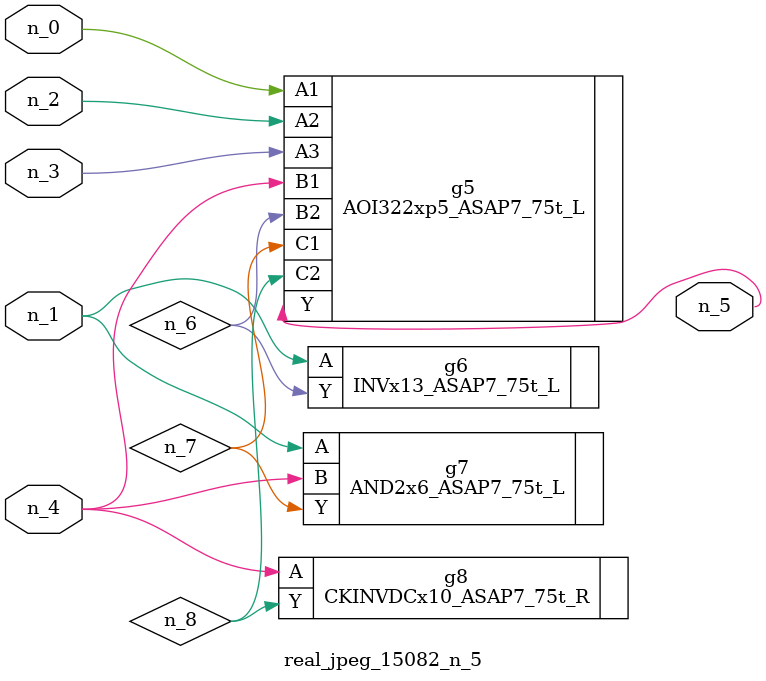
<source format=v>
module real_jpeg_15082_n_5 (n_4, n_0, n_1, n_2, n_3, n_5);

input n_4;
input n_0;
input n_1;
input n_2;
input n_3;

output n_5;

wire n_8;
wire n_6;
wire n_7;

AOI322xp5_ASAP7_75t_L g5 ( 
.A1(n_0),
.A2(n_2),
.A3(n_3),
.B1(n_4),
.B2(n_6),
.C1(n_7),
.C2(n_8),
.Y(n_5)
);

INVx13_ASAP7_75t_L g6 ( 
.A(n_1),
.Y(n_6)
);

AND2x6_ASAP7_75t_L g7 ( 
.A(n_1),
.B(n_4),
.Y(n_7)
);

CKINVDCx10_ASAP7_75t_R g8 ( 
.A(n_4),
.Y(n_8)
);


endmodule
</source>
